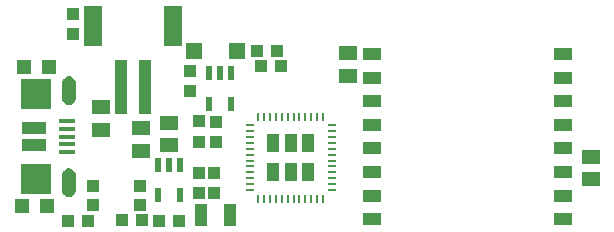
<source format=gbr>
G04 EAGLE Gerber RS-274X export*
G75*
%MOMM*%
%FSLAX34Y34*%
%LPD*%
%INSolderpaste Top*%
%IPPOS*%
%AMOC8*
5,1,8,0,0,1.08239X$1,22.5*%
G01*
%ADD10R,1.500000X1.240000*%
%ADD11R,1.000000X1.100000*%
%ADD12R,1.200000X1.200000*%
%ADD13R,1.100000X1.000000*%
%ADD14R,1.000000X1.000000*%
%ADD15R,1.350000X0.400000*%
%ADD16R,2.000000X1.000000*%
%ADD17R,2.500000X2.500000*%
%ADD18R,0.550000X1.200000*%
%ADD19R,1.400000X1.400000*%
%ADD20R,1.000000X4.600000*%
%ADD21R,1.600000X3.400000*%
%ADD22R,0.250000X0.750000*%
%ADD23R,0.750000X0.250000*%
%ADD24R,1.000000X1.500000*%
%ADD25R,1.100000X1.900000*%
%ADD26R,1.500000X1.000000*%

G36*
X53548Y141173D02*
X53548Y141173D01*
X54822Y141373D01*
X54869Y141390D01*
X54959Y141411D01*
X56155Y141889D01*
X56198Y141916D01*
X56281Y141956D01*
X57341Y142688D01*
X57377Y142724D01*
X57448Y142782D01*
X58319Y143732D01*
X58346Y143774D01*
X58403Y143847D01*
X59040Y144967D01*
X59057Y145014D01*
X59096Y145097D01*
X59469Y146331D01*
X59474Y146381D01*
X59494Y146471D01*
X59583Y147756D01*
X59581Y147776D01*
X59584Y147800D01*
X59584Y158800D01*
X59582Y158815D01*
X59583Y158835D01*
X59522Y159961D01*
X59511Y160008D01*
X59503Y160084D01*
X59222Y161177D01*
X59202Y161221D01*
X59180Y161294D01*
X58692Y162311D01*
X58664Y162350D01*
X58627Y162417D01*
X57950Y163320D01*
X57915Y163353D01*
X57866Y163411D01*
X57026Y164164D01*
X56985Y164190D01*
X56925Y164238D01*
X55954Y164812D01*
X55909Y164829D01*
X55842Y164865D01*
X54777Y165239D01*
X54730Y165247D01*
X54657Y165269D01*
X53540Y165428D01*
X53512Y165427D01*
X53360Y165428D01*
X52244Y165269D01*
X52198Y165254D01*
X52123Y165239D01*
X51058Y164865D01*
X51016Y164841D01*
X50946Y164812D01*
X49975Y164238D01*
X49938Y164206D01*
X49874Y164164D01*
X49034Y163411D01*
X49005Y163374D01*
X48950Y163320D01*
X48273Y162417D01*
X48251Y162374D01*
X48208Y162311D01*
X47720Y161294D01*
X47707Y161247D01*
X47678Y161177D01*
X47397Y160084D01*
X47394Y160036D01*
X47378Y159961D01*
X47317Y158835D01*
X47319Y158819D01*
X47316Y158800D01*
X47316Y147800D01*
X47319Y147785D01*
X47317Y147765D01*
X47378Y146639D01*
X47390Y146592D01*
X47397Y146516D01*
X47678Y145423D01*
X47698Y145379D01*
X47720Y145306D01*
X48208Y144289D01*
X48237Y144250D01*
X48273Y144183D01*
X48950Y143280D01*
X48985Y143247D01*
X49034Y143189D01*
X49874Y142436D01*
X49915Y142410D01*
X49975Y142362D01*
X50946Y141788D01*
X50991Y141771D01*
X51058Y141735D01*
X52123Y141361D01*
X52170Y141353D01*
X52244Y141331D01*
X53360Y141172D01*
X53361Y141172D01*
X53548Y141173D01*
G37*
G36*
X53548Y63173D02*
X53548Y63173D01*
X54822Y63373D01*
X54869Y63390D01*
X54959Y63411D01*
X56155Y63889D01*
X56198Y63916D01*
X56281Y63956D01*
X57341Y64688D01*
X57377Y64724D01*
X57448Y64782D01*
X58319Y65732D01*
X58346Y65774D01*
X58403Y65847D01*
X59040Y66967D01*
X59057Y67014D01*
X59096Y67097D01*
X59469Y68331D01*
X59474Y68381D01*
X59494Y68471D01*
X59583Y69756D01*
X59581Y69776D01*
X59584Y69800D01*
X59584Y80800D01*
X59582Y80815D01*
X59583Y80835D01*
X59522Y81961D01*
X59511Y82008D01*
X59503Y82084D01*
X59222Y83177D01*
X59202Y83221D01*
X59180Y83294D01*
X58692Y84311D01*
X58664Y84350D01*
X58627Y84417D01*
X57950Y85320D01*
X57915Y85353D01*
X57866Y85411D01*
X57026Y86164D01*
X56985Y86190D01*
X56925Y86238D01*
X55954Y86812D01*
X55909Y86829D01*
X55842Y86865D01*
X54777Y87239D01*
X54730Y87247D01*
X54657Y87269D01*
X53540Y87428D01*
X53512Y87427D01*
X53360Y87428D01*
X52244Y87269D01*
X52198Y87254D01*
X52123Y87239D01*
X51058Y86865D01*
X51016Y86841D01*
X50946Y86812D01*
X49975Y86238D01*
X49938Y86206D01*
X49874Y86164D01*
X49034Y85411D01*
X49005Y85374D01*
X48950Y85320D01*
X48273Y84417D01*
X48251Y84374D01*
X48208Y84311D01*
X47720Y83294D01*
X47707Y83247D01*
X47678Y83177D01*
X47397Y82084D01*
X47394Y82036D01*
X47378Y81961D01*
X47317Y80835D01*
X47319Y80819D01*
X47316Y80800D01*
X47316Y69800D01*
X47319Y69785D01*
X47317Y69765D01*
X47378Y68639D01*
X47390Y68592D01*
X47397Y68516D01*
X47678Y67423D01*
X47698Y67379D01*
X47720Y67306D01*
X48208Y66289D01*
X48237Y66250D01*
X48273Y66183D01*
X48950Y65280D01*
X48985Y65247D01*
X49034Y65189D01*
X49874Y64436D01*
X49915Y64410D01*
X49975Y64362D01*
X50946Y63788D01*
X50991Y63771D01*
X51058Y63735D01*
X52123Y63361D01*
X52170Y63353D01*
X52244Y63331D01*
X53360Y63172D01*
X53361Y63172D01*
X53548Y63173D01*
G37*
D10*
X80880Y120090D03*
X80880Y139090D03*
D11*
X164000Y110120D03*
X164000Y127120D03*
D10*
X138580Y125740D03*
X138580Y106740D03*
D12*
X15950Y173590D03*
X36950Y173590D03*
D13*
X98688Y43446D03*
X115688Y43446D03*
D11*
X57150Y218050D03*
X57150Y201050D03*
D14*
X73980Y56770D03*
X73980Y72770D03*
X113980Y72770D03*
X113980Y56770D03*
D15*
X52200Y127300D03*
X52200Y120800D03*
X52200Y114300D03*
X52200Y107800D03*
X52200Y101300D03*
D16*
X24450Y121800D03*
X24450Y106800D03*
D17*
X25450Y150300D03*
X25450Y78300D03*
D18*
X191110Y167941D03*
X181610Y167941D03*
X172110Y167941D03*
X172110Y141939D03*
X191110Y141939D03*
D19*
X196300Y186690D03*
X159300Y186690D03*
D20*
X97950Y156040D03*
X117950Y156040D03*
D21*
X73950Y208040D03*
X141950Y208040D03*
D18*
X147930Y90471D03*
X138430Y90471D03*
X128930Y90471D03*
X128930Y64469D03*
X147930Y64469D03*
D12*
X34630Y55880D03*
X13630Y55880D03*
D13*
X52460Y43180D03*
X69460Y43180D03*
D10*
X114300Y121260D03*
X114300Y102260D03*
D13*
X146930Y43180D03*
X129930Y43180D03*
X212480Y186690D03*
X229480Y186690D03*
X233290Y173990D03*
X216290Y173990D03*
D22*
X213800Y61770D03*
X218800Y61770D03*
X223800Y61770D03*
X228800Y61770D03*
X233800Y61770D03*
X238800Y61770D03*
X243800Y61770D03*
X248800Y61770D03*
X253800Y61770D03*
X258800Y61770D03*
X263800Y61770D03*
D23*
X276050Y69020D03*
X276050Y74020D03*
X276050Y79020D03*
X276050Y84020D03*
X276050Y89020D03*
X276050Y94020D03*
X276050Y99020D03*
X276050Y104020D03*
X276050Y109020D03*
X276050Y114020D03*
X276050Y119020D03*
D22*
X268800Y131270D03*
X263800Y131270D03*
X258800Y131270D03*
X253800Y131270D03*
X248800Y131270D03*
X243800Y131270D03*
X238800Y131270D03*
X233800Y131270D03*
X228800Y131270D03*
X223800Y131270D03*
X218800Y131270D03*
D23*
X206550Y124020D03*
X206550Y119020D03*
X206550Y114020D03*
X206550Y109020D03*
X206550Y104020D03*
X206550Y99020D03*
X206550Y94020D03*
X206550Y89020D03*
X206550Y84020D03*
X206550Y79020D03*
X206550Y74020D03*
D24*
X226300Y109020D03*
X241300Y109020D03*
X256300Y109020D03*
X256300Y84020D03*
X241300Y84020D03*
X226300Y84020D03*
D22*
X268800Y61770D03*
D23*
X276050Y124020D03*
D22*
X213800Y131270D03*
D23*
X206550Y69020D03*
D11*
X177800Y109610D03*
X177800Y126610D03*
X176530Y66430D03*
X176530Y83430D03*
X163830Y66430D03*
X163830Y83430D03*
D25*
X189800Y48260D03*
X165800Y48260D03*
D10*
X289560Y165760D03*
X289560Y184760D03*
D11*
X156210Y152790D03*
X156210Y169790D03*
D10*
X495300Y97130D03*
X495300Y78130D03*
D26*
X472160Y44300D03*
X472160Y64300D03*
X472160Y84300D03*
X472160Y104300D03*
X472160Y124300D03*
X472160Y144300D03*
X472160Y164300D03*
X472160Y184300D03*
X310160Y184300D03*
X310160Y164300D03*
X310160Y144300D03*
X310160Y124300D03*
X310160Y104300D03*
X310160Y84300D03*
X310160Y64300D03*
X310160Y44300D03*
M02*

</source>
